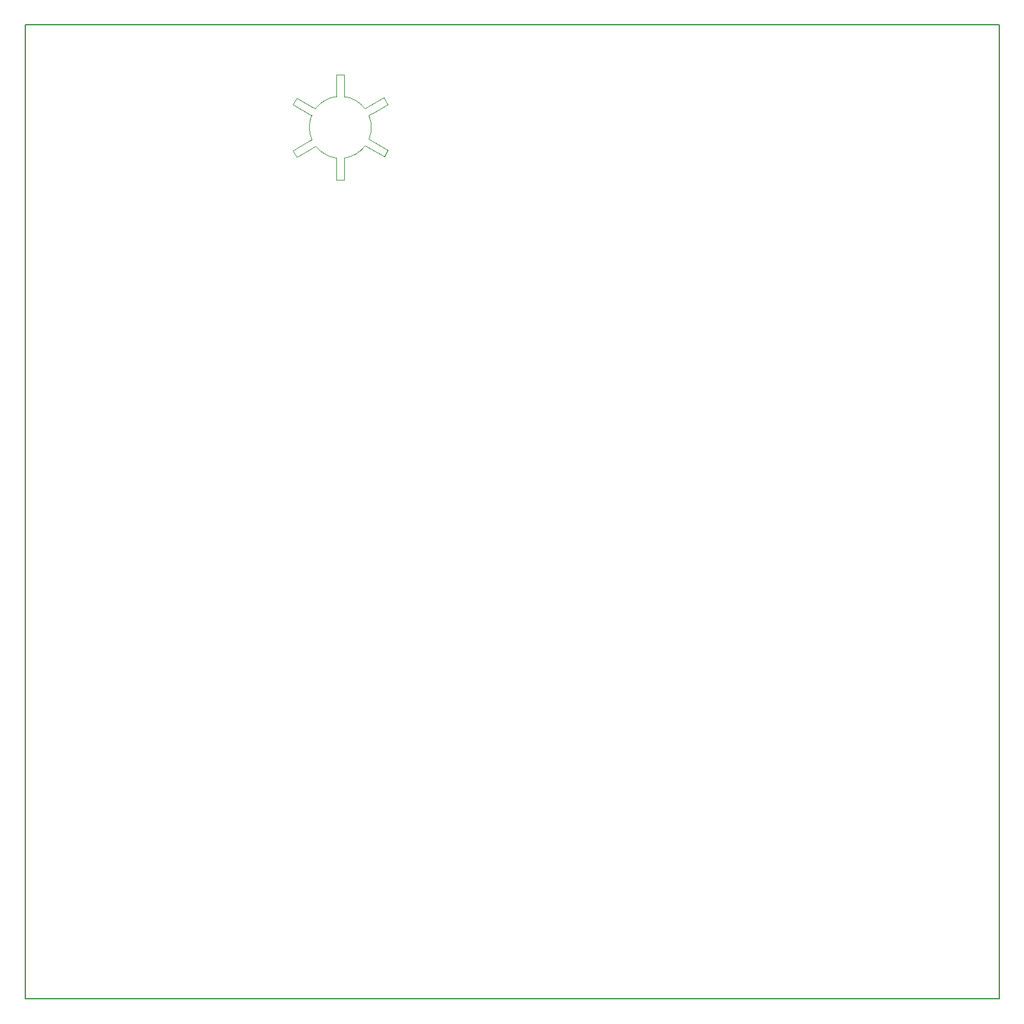
<source format=gm1>
G04 #@! TF.GenerationSoftware,KiCad,Pcbnew,(7.0.0-0)*
G04 #@! TF.CreationDate,2023-12-24T21:08:26+08:00*
G04 #@! TF.ProjectId,Power Distribution Board Ver.2,506f7765-7220-4446-9973-747269627574,rev?*
G04 #@! TF.SameCoordinates,Original*
G04 #@! TF.FileFunction,Profile,NP*
%FSLAX46Y46*%
G04 Gerber Fmt 4.6, Leading zero omitted, Abs format (unit mm)*
G04 Created by KiCad (PCBNEW (7.0.0-0)) date 2023-12-24 21:08:26*
%MOMM*%
%LPD*%
G01*
G04 APERTURE LIST*
G04 #@! TA.AperFunction,Profile*
%ADD10C,0.200000*%
G04 #@! TD*
G04 #@! TA.AperFunction,Profile*
%ADD11C,0.060000*%
G04 #@! TD*
G04 APERTURE END LIST*
D10*
X147000000Y-147000000D02*
X20000000Y-147000000D01*
X20000000Y-20000000D02*
X147000000Y-20000000D01*
X147000000Y-20000000D02*
X147000000Y-147000000D01*
X20000000Y-147000000D02*
X20000000Y-20000000D01*
D11*
X54909674Y-30371026D02*
X56970814Y-31561026D01*
X54920488Y-36363974D02*
X55420488Y-37230000D01*
X54920488Y-36363974D02*
X56981628Y-35173974D01*
X55409674Y-29505000D02*
X54909674Y-30371026D01*
X55409674Y-29505000D02*
X57470814Y-30695000D01*
X55420488Y-37230000D02*
X57481628Y-36040000D01*
X56970814Y-31561026D02*
X57369186Y-31791026D01*
X57380000Y-34943974D02*
X56981628Y-35173974D01*
X57481628Y-36040000D02*
X57880000Y-35810000D01*
X57869186Y-30925000D02*
X57470814Y-30695000D01*
X60590000Y-26510000D02*
X60590000Y-28890000D01*
X60590000Y-28890000D02*
X60590000Y-29350000D01*
X60600000Y-37370000D02*
X60600000Y-37830000D01*
X60600000Y-40210000D02*
X60600000Y-37830000D01*
X60600000Y-40210000D02*
X61600000Y-40210000D01*
X61590000Y-26510000D02*
X60590000Y-26510000D01*
X61590000Y-26510000D02*
X61590000Y-28890000D01*
X61590000Y-29350000D02*
X61590000Y-28890000D01*
X61600000Y-37830000D02*
X61600000Y-37370000D01*
X61600000Y-40210000D02*
X61600000Y-37830000D01*
X64341628Y-35766026D02*
X64740000Y-35996026D01*
X64710000Y-30680000D02*
X64311628Y-30910000D01*
X64811628Y-31776026D02*
X65210000Y-31546026D01*
X65240000Y-35130000D02*
X64841628Y-34900000D01*
X66771140Y-29490000D02*
X64710000Y-30680000D01*
X66801140Y-37186026D02*
X64740000Y-35996026D01*
X66801140Y-37186026D02*
X67301140Y-36320000D01*
X67271140Y-30356026D02*
X65210000Y-31546026D01*
X67271140Y-30356026D02*
X66771140Y-29490000D01*
X67301140Y-36320000D02*
X65240000Y-35130000D01*
X57372979Y-31792621D02*
G75*
G03*
X57380002Y-34943974I3724592J-1567384D01*
G01*
X60589576Y-29346666D02*
G75*
G03*
X57869186Y-30925000I512584J-4017058D01*
G01*
X57884016Y-35806945D02*
G75*
G03*
X60600000Y-37369999I3217174J2449015D01*
G01*
X64305756Y-30914443D02*
G75*
G03*
X61590000Y-29350001I-3205156J-2424517D01*
G01*
X61599495Y-37365947D02*
G75*
G03*
X64341627Y-35766025I-499891J4006626D01*
G01*
X64831762Y-34895939D02*
G75*
G03*
X64811628Y-31776026I-3730142J1535949D01*
G01*
M02*

</source>
